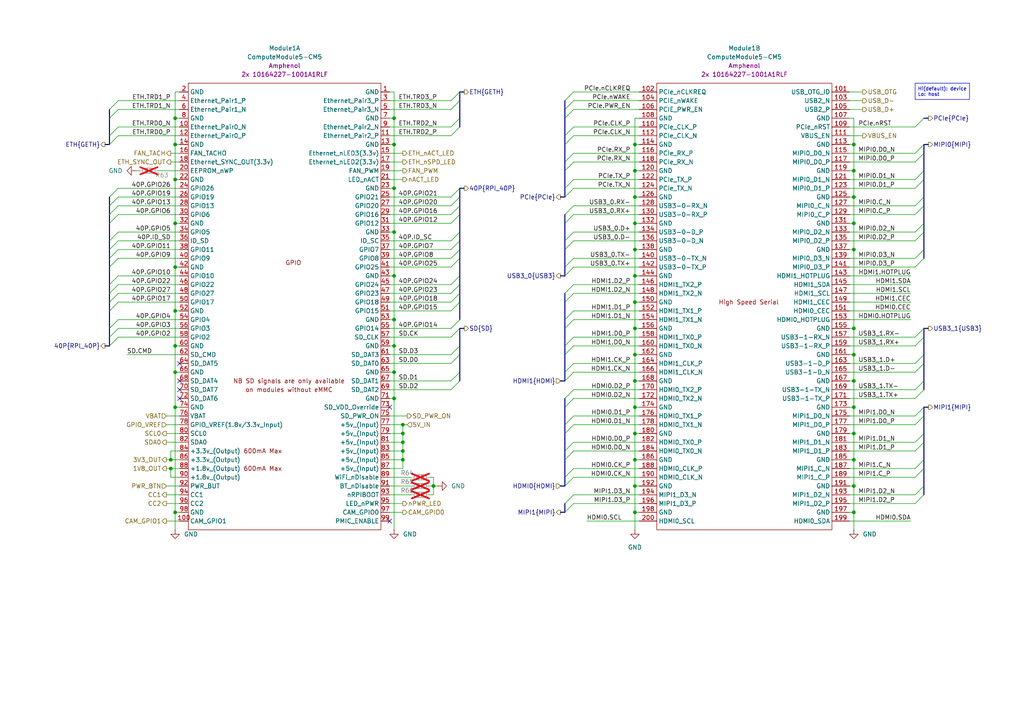
<source format=kicad_sch>
(kicad_sch (version 20250114) (generator "eeschema") (generator_version "9.0")
  (paper "A4")
  (text_box "Hi(default): device\nLo: host" (at 265.43 24.13 0) (size 15.7601 4.7187) (margins 0.75 0.75 0.75 0.75) (effects (font (size 1 1)) (justify left)))
  (junction (at 184.15 140.97))
  (junction (at 50.8 52.07))
  (junction (at 116.84 123.19))
  (junction (at 184.15 102.87))
  (junction (at 247.65 72.39))
  (junction (at 114.3 54.61))
  (junction (at 247.65 125.73))
  (junction (at 114.3 34.29))
  (junction (at 50.8 64.77))
  (junction (at 247.65 102.87))
  (junction (at 50.8 118.11))
  (junction (at 247.65 64.77))
  (junction (at 247.65 57.15))
  (junction (at 50.8 107.95))
  (junction (at 247.65 95.25))
  (junction (at 114.3 107.95))
  (junction (at 184.15 41.91))
  (junction (at 50.8 34.29))
  (junction (at 50.8 148.59))
  (junction (at 116.84 125.73))
  (junction (at 114.3 100.33))
  (junction (at 184.15 110.49))
  (junction (at 247.65 110.49))
  (junction (at 114.3 80.01))
  (junction (at 184.15 118.11))
  (junction (at 114.3 67.31))
  (junction (at 184.15 49.53))
  (junction (at 49.53 133.35))
  (junction (at 184.15 64.77))
  (junction (at 247.65 148.59))
  (junction (at 184.15 133.35))
  (junction (at 247.65 41.91))
  (junction (at 247.65 133.35))
  (junction (at 116.84 133.35))
  (junction (at 50.8 100.33))
  (junction (at 50.8 90.17))
  (junction (at 247.65 118.11))
  (junction (at 184.15 72.39))
  (junction (at 184.15 125.73))
  (junction (at 184.15 57.15))
  (junction (at 114.3 92.71))
  (junction (at 184.15 148.59))
  (junction (at 247.65 140.97))
  (junction (at 114.3 41.91))
  (junction (at 50.8 41.91))
  (junction (at 247.65 49.53))
  (junction (at 49.53 135.89))
  (junction (at 184.15 95.25))
  (junction (at 125.73 140.97))
  (junction (at 184.15 87.63))
  (junction (at 50.8 77.47))
  (junction (at 116.84 130.81))
  (junction (at 184.15 80.01))
  (junction (at 114.3 115.57))
  (junction (at 116.84 128.27))
  (no_connect (at 52.07 115.57))
  (no_connect (at 52.07 113.03))
  (no_connect (at 52.07 105.41))
  (no_connect (at 52.07 110.49))
  (no_connect (at 113.03 118.11))
  (no_connect (at 113.03 151.13))
  (bus_entry (at 163.83 123.19) (size 2.54 -2.54))
  (bus_entry (at 31.75 34.29) (size 2.54 -2.54))
  (bus_entry (at 267.97 125.73) (size -2.54 2.54))
  (bus_entry (at 163.83 39.37) (size 2.54 -2.54))
  (bus_entry (at 267.97 52.07) (size -2.54 2.54))
  (bus_entry (at 31.75 97.79) (size 2.54 -2.54))
  (bus_entry (at 163.83 80.01) (size 2.54 -2.54))
  (bus_entry (at 31.75 85.09) (size 2.54 -2.54))
  (bus_entry (at 163.83 146.05) (size 2.54 -2.54))
  (bus_entry (at 133.35 80.01) (size -2.54 2.54))
  (bus_entry (at 267.97 74.93) (size -2.54 2.54))
  (bus_entry (at 267.97 59.69) (size -2.54 2.54))
  (bus_entry (at 267.97 57.15) (size -2.54 2.54))
  (bus_entry (at 163.83 72.39) (size 2.54 -2.54))
  (bus_entry (at 31.75 62.23) (size 2.54 -2.54))
  (bus_entry (at 31.75 82.55) (size 2.54 -2.54))
  (bus_entry (at 133.35 100.33) (size -2.54 2.54))
  (bus_entry (at 267.97 140.97) (size -2.54 2.54))
  (bus_entry (at 267.97 95.25) (size -2.54 2.54))
  (bus_entry (at 267.97 49.53) (size -2.54 2.54))
  (bus_entry (at 267.97 67.31) (size -2.54 2.54))
  (bus_entry (at 133.35 92.71) (size -2.54 2.54))
  (bus_entry (at 267.97 72.39) (size -2.54 2.54))
  (bus_entry (at 163.83 31.75) (size 2.54 -2.54))
  (bus_entry (at 163.83 92.71) (size 2.54 -2.54))
  (bus_entry (at 163.83 102.87) (size 2.54 -2.54))
  (bus_entry (at 267.97 143.51) (size -2.54 2.54))
  (bus_entry (at 267.97 113.03) (size -2.54 2.54))
  (bus_entry (at 31.75 95.25) (size 2.54 -2.54))
  (bus_entry (at 31.75 90.17) (size 2.54 -2.54))
  (bus_entry (at 163.83 125.73) (size 2.54 -2.54))
  (bus_entry (at 163.83 57.15) (size 2.54 -2.54))
  (bus_entry (at 267.97 133.35) (size -2.54 2.54))
  (bus_entry (at 163.83 64.77) (size 2.54 -2.54))
  (bus_entry (at 163.83 115.57) (size 2.54 -2.54))
  (bus_entry (at 31.75 57.15) (size 2.54 -2.54))
  (bus_entry (at 163.83 95.25) (size 2.54 -2.54))
  (bus_entry (at 267.97 34.29) (size -2.54 2.54))
  (bus_entry (at 133.35 95.25) (size -2.54 2.54))
  (bus_entry (at 163.83 148.59) (size 2.54 -2.54))
  (bus_entry (at 133.35 54.61) (size -2.54 2.54))
  (bus_entry (at 267.97 64.77) (size -2.54 2.54))
  (bus_entry (at 31.75 100.33) (size 2.54 -2.54))
  (bus_entry (at 163.83 138.43) (size 2.54 -2.54))
  (bus_entry (at 163.83 85.09) (size 2.54 -2.54))
  (bus_entry (at 267.97 105.41) (size -2.54 2.54))
  (bus_entry (at 163.83 62.23) (size 2.54 -2.54))
  (bus_entry (at 31.75 77.47) (size 2.54 -2.54))
  (bus_entry (at 31.75 69.85) (size 2.54 -2.54))
  (bus_entry (at 163.83 140.97) (size 2.54 -2.54))
  (bus_entry (at 133.35 87.63) (size -2.54 2.54))
  (bus_entry (at 31.75 59.69) (size 2.54 -2.54))
  (bus_entry (at 163.83 118.11) (size 2.54 -2.54))
  (bus_entry (at 133.35 110.49) (size -2.54 2.54))
  (bus_entry (at 163.83 87.63) (size 2.54 -2.54))
  (bus_entry (at 31.75 41.91) (size 2.54 -2.54))
  (bus_entry (at 133.35 69.85) (size -2.54 2.54))
  (bus_entry (at 163.83 110.49) (size 2.54 -2.54))
  (bus_entry (at 31.75 72.39) (size 2.54 -2.54))
  (bus_entry (at 31.75 64.77) (size 2.54 -2.54))
  (bus_entry (at 267.97 41.91) (size -2.54 2.54))
  (bus_entry (at 267.97 97.79) (size -2.54 2.54))
  (bus_entry (at 31.75 74.93) (size 2.54 -2.54))
  (bus_entry (at 267.97 120.65) (size -2.54 2.54))
  (bus_entry (at 31.75 39.37) (size 2.54 -2.54))
  (bus_entry (at 267.97 110.49) (size -2.54 2.54))
  (bus_entry (at 163.83 29.21) (size 2.54 -2.54))
  (bus_entry (at 133.35 29.21) (size -2.54 2.54))
  (bus_entry (at 163.83 34.29) (size 2.54 -2.54))
  (bus_entry (at 163.83 41.91) (size 2.54 -2.54))
  (bus_entry (at 133.35 57.15) (size -2.54 2.54))
  (bus_entry (at 133.35 74.93) (size -2.54 2.54))
  (bus_entry (at 133.35 107.95) (size -2.54 2.54))
  (bus_entry (at 163.83 100.33) (size 2.54 -2.54))
  (bus_entry (at 133.35 67.31) (size -2.54 2.54))
  (bus_entry (at 133.35 72.39) (size -2.54 2.54))
  (bus_entry (at 133.35 34.29) (size -2.54 2.54))
  (bus_entry (at 31.75 31.75) (size 2.54 -2.54))
  (bus_entry (at 133.35 62.23) (size -2.54 2.54))
  (bus_entry (at 133.35 85.09) (size -2.54 2.54))
  (bus_entry (at 267.97 128.27) (size -2.54 2.54))
  (bus_entry (at 133.35 59.69) (size -2.54 2.54))
  (bus_entry (at 133.35 26.67) (size -2.54 2.54))
  (bus_entry (at 267.97 44.45) (size -2.54 2.54))
  (bus_entry (at 267.97 102.87) (size -2.54 2.54))
  (bus_entry (at 163.83 77.47) (size 2.54 -2.54))
  (bus_entry (at 133.35 36.83) (size -2.54 2.54))
  (bus_entry (at 133.35 82.55) (size -2.54 2.54))
  (bus_entry (at 163.83 133.35) (size 2.54 -2.54))
  (bus_entry (at 31.75 87.63) (size 2.54 -2.54))
  (bus_entry (at 163.83 69.85) (size 2.54 -2.54))
  (bus_entry (at 163.83 130.81) (size 2.54 -2.54))
  (bus_entry (at 267.97 118.11) (size -2.54 2.54))
  (bus_entry (at 163.83 46.99) (size 2.54 -2.54))
  (bus_entry (at 133.35 102.87) (size -2.54 2.54))
  (bus_entry (at 163.83 49.53) (size 2.54 -2.54))
  (bus_entry (at 163.83 54.61) (size 2.54 -2.54))
  (bus_entry (at 267.97 135.89) (size -2.54 2.54))
  (bus_entry (at 163.83 107.95) (size 2.54 -2.54))
  (wire (pts (xy 247.65 72.39) (xy 247.65 95.25)))
  (wire (pts (xy 48.26 123.19) (xy 52.07 123.19)))
  (bus (pts (xy 267.97 120.65) (xy 267.97 125.73)))
  (wire (pts (xy 113.03 74.93) (xy 130.81 74.93)))
  (wire (pts (xy 113.03 125.73) (xy 116.84 125.73)))
  (wire (pts (xy 246.38 80.01) (xy 264.16 80.01)))
  (wire (pts (xy 34.29 92.71) (xy 52.07 92.71)))
  (wire (pts (xy 265.43 107.95) (xy 246.38 107.95)))
  (wire (pts (xy 50.8 148.59) (xy 52.07 148.59)))
  (wire (pts (xy 50.8 52.07) (xy 50.8 64.77)))
  (wire (pts (xy 166.37 105.41) (xy 185.42 105.41)))
  (wire (pts (xy 264.16 151.13) (xy 246.38 151.13)))
  (wire (pts (xy 114.3 54.61) (xy 114.3 67.31)))
  (wire (pts (xy 247.65 64.77) (xy 247.65 72.39)))
  (bus (pts (xy 163.83 31.75) (xy 163.83 34.29)))
  (wire (pts (xy 49.53 135.89) (xy 49.53 138.43)))
  (bus (pts (xy 134.62 26.67) (xy 133.35 26.67)))
  (wire (pts (xy 52.07 41.91) (xy 50.8 41.91)))
  (wire (pts (xy 246.38 133.35) (xy 247.65 133.35)))
  (bus (pts (xy 31.75 82.55) (xy 31.75 85.09)))
  (bus (pts (xy 162.56 80.01) (xy 163.83 80.01)))
  (wire (pts (xy 114.3 34.29) (xy 114.3 41.91)))
  (bus (pts (xy 267.97 110.49) (xy 267.97 105.41)))
  (bus (pts (xy 163.83 62.23) (xy 163.83 64.77)))
  (wire (pts (xy 116.84 125.73) (xy 116.84 128.27)))
  (wire (pts (xy 185.42 95.25) (xy 184.15 95.25)))
  (bus (pts (xy 133.35 57.15) (xy 133.35 59.69)))
  (wire (pts (xy 265.43 115.57) (xy 246.38 115.57)))
  (wire (pts (xy 166.37 77.47) (xy 185.42 77.47)))
  (wire (pts (xy 113.03 140.97) (xy 119.38 140.97)))
  (wire (pts (xy 50.8 64.77) (xy 52.07 64.77)))
  (bus (pts (xy 31.75 57.15) (xy 31.75 59.69)))
  (wire (pts (xy 113.03 120.65) (xy 118.11 120.65)))
  (wire (pts (xy 49.53 135.89) (xy 52.07 135.89)))
  (wire (pts (xy 113.03 105.41) (xy 130.81 105.41)))
  (wire (pts (xy 166.37 107.95) (xy 185.42 107.95)))
  (wire (pts (xy 185.42 133.35) (xy 184.15 133.35)))
  (wire (pts (xy 185.42 80.01) (xy 184.15 80.01)))
  (bus (pts (xy 269.24 95.25) (xy 267.97 95.25)))
  (wire (pts (xy 113.03 146.05) (xy 116.84 146.05)))
  (wire (pts (xy 246.38 34.29) (xy 247.65 34.29)))
  (wire (pts (xy 166.37 62.23) (xy 185.42 62.23)))
  (wire (pts (xy 50.8 90.17) (xy 50.8 100.33)))
  (wire (pts (xy 113.03 69.85) (xy 130.81 69.85)))
  (wire (pts (xy 265.43 100.33) (xy 246.38 100.33)))
  (bus (pts (xy 267.97 113.03) (xy 267.97 110.49)))
  (wire (pts (xy 166.37 59.69) (xy 185.42 59.69)))
  (wire (pts (xy 246.38 146.05) (xy 265.43 146.05)))
  (bus (pts (xy 163.83 118.11) (xy 163.83 123.19)))
  (wire (pts (xy 49.53 46.99) (xy 52.07 46.99)))
  (wire (pts (xy 184.15 87.63) (xy 184.15 95.25)))
  (wire (pts (xy 166.37 39.37) (xy 185.42 39.37)))
  (bus (pts (xy 133.35 100.33) (xy 133.35 102.87)))
  (wire (pts (xy 48.26 151.13) (xy 52.07 151.13)))
  (wire (pts (xy 185.42 87.63) (xy 184.15 87.63)))
  (wire (pts (xy 113.03 92.71) (xy 114.3 92.71)))
  (wire (pts (xy 184.15 133.35) (xy 184.15 140.97)))
  (wire (pts (xy 48.26 133.35) (xy 49.53 133.35)))
  (wire (pts (xy 50.8 52.07) (xy 52.07 52.07)))
  (wire (pts (xy 184.15 41.91) (xy 184.15 49.53)))
  (bus (pts (xy 30.48 41.91) (xy 31.75 41.91)))
  (wire (pts (xy 166.37 36.83) (xy 185.42 36.83)))
  (wire (pts (xy 114.3 153.67) (xy 114.3 115.57)))
  (wire (pts (xy 113.03 97.79) (xy 130.81 97.79)))
  (wire (pts (xy 166.37 82.55) (xy 185.42 82.55)))
  (wire (pts (xy 247.65 133.35) (xy 247.65 140.97)))
  (bus (pts (xy 267.97 125.73) (xy 267.97 128.27)))
  (wire (pts (xy 114.3 80.01) (xy 114.3 92.71)))
  (bus (pts (xy 267.97 44.45) (xy 267.97 49.53)))
  (bus (pts (xy 163.83 72.39) (xy 163.83 77.47)))
  (wire (pts (xy 48.26 140.97) (xy 52.07 140.97)))
  (bus (pts (xy 267.97 97.79) (xy 267.97 95.25)))
  (wire (pts (xy 185.42 125.73) (xy 184.15 125.73)))
  (bus (pts (xy 163.83 85.09) (xy 163.83 87.63)))
  (wire (pts (xy 265.43 113.03) (xy 246.38 113.03)))
  (wire (pts (xy 246.38 82.55) (xy 264.16 82.55)))
  (wire (pts (xy 247.65 49.53) (xy 247.65 57.15)))
  (wire (pts (xy 39.37 49.53) (xy 40.64 49.53)))
  (bus (pts (xy 134.62 95.25) (xy 133.35 95.25)))
  (wire (pts (xy 113.03 46.99) (xy 116.84 46.99)))
  (bus (pts (xy 269.24 41.91) (xy 267.97 41.91)))
  (wire (pts (xy 166.37 113.03) (xy 185.42 113.03)))
  (bus (pts (xy 267.97 135.89) (xy 267.97 140.97)))
  (wire (pts (xy 247.65 140.97) (xy 247.65 148.59)))
  (bus (pts (xy 163.83 87.63) (xy 163.83 92.71)))
  (wire (pts (xy 246.38 54.61) (xy 265.43 54.61)))
  (bus (pts (xy 133.35 69.85) (xy 133.35 72.39)))
  (wire (pts (xy 246.38 59.69) (xy 265.43 59.69)))
  (wire (pts (xy 166.37 31.75) (xy 185.42 31.75)))
  (wire (pts (xy 113.03 82.55) (xy 130.81 82.55)))
  (wire (pts (xy 113.03 67.31) (xy 114.3 67.31)))
  (wire (pts (xy 166.37 123.19) (xy 185.42 123.19)))
  (wire (pts (xy 184.15 110.49) (xy 184.15 118.11)))
  (wire (pts (xy 50.8 26.67) (xy 50.8 34.29)))
  (wire (pts (xy 34.29 80.01) (xy 52.07 80.01)))
  (bus (pts (xy 133.35 59.69) (xy 133.35 62.23)))
  (wire (pts (xy 113.03 138.43) (xy 119.38 138.43)))
  (wire (pts (xy 170.18 151.13) (xy 185.42 151.13)))
  (wire (pts (xy 50.8 100.33) (xy 50.8 107.95)))
  (bus (pts (xy 133.35 102.87) (xy 133.35 107.95)))
  (wire (pts (xy 185.42 72.39) (xy 184.15 72.39)))
  (wire (pts (xy 246.38 72.39) (xy 247.65 72.39)))
  (wire (pts (xy 113.03 128.27) (xy 116.84 128.27)))
  (wire (pts (xy 113.03 95.25) (xy 130.81 95.25)))
  (wire (pts (xy 113.03 52.07) (xy 116.84 52.07)))
  (wire (pts (xy 113.03 133.35) (xy 116.84 133.35)))
  (wire (pts (xy 166.37 26.67) (xy 185.42 26.67)))
  (wire (pts (xy 246.38 36.83) (xy 265.43 36.83)))
  (wire (pts (xy 166.37 46.99) (xy 185.42 46.99)))
  (bus (pts (xy 163.83 41.91) (xy 163.83 46.99)))
  (bus (pts (xy 163.83 148.59) (xy 163.83 146.05)))
  (wire (pts (xy 114.3 26.67) (xy 114.3 34.29)))
  (wire (pts (xy 166.37 138.43) (xy 185.42 138.43)))
  (wire (pts (xy 50.8 118.11) (xy 50.8 148.59)))
  (wire (pts (xy 116.84 133.35) (xy 116.84 135.89)))
  (bus (pts (xy 267.97 57.15) (xy 267.97 59.69)))
  (bus (pts (xy 267.97 49.53) (xy 267.97 52.07)))
  (wire (pts (xy 113.03 102.87) (xy 130.81 102.87)))
  (wire (pts (xy 246.38 26.67) (xy 250.19 26.67)))
  (bus (pts (xy 163.83 133.35) (xy 163.83 138.43)))
  (bus (pts (xy 133.35 80.01) (xy 133.35 82.55)))
  (wire (pts (xy 49.53 44.45) (xy 52.07 44.45)))
  (bus (pts (xy 162.56 110.49) (xy 163.83 110.49)))
  (wire (pts (xy 246.38 102.87) (xy 247.65 102.87)))
  (wire (pts (xy 113.03 80.01) (xy 114.3 80.01)))
  (wire (pts (xy 113.03 135.89) (xy 116.84 135.89)))
  (bus (pts (xy 133.35 107.95) (xy 133.35 110.49)))
  (wire (pts (xy 247.65 125.73) (xy 247.65 133.35)))
  (bus (pts (xy 133.35 82.55) (xy 133.35 85.09)))
  (wire (pts (xy 50.8 107.95) (xy 50.8 118.11)))
  (wire (pts (xy 113.03 62.23) (xy 130.81 62.23)))
  (bus (pts (xy 163.83 92.71) (xy 163.83 95.25)))
  (wire (pts (xy 113.03 41.91) (xy 114.3 41.91)))
  (wire (pts (xy 185.42 110.49) (xy 184.15 110.49)))
  (bus (pts (xy 31.75 64.77) (xy 31.75 69.85)))
  (wire (pts (xy 116.84 123.19) (xy 116.84 125.73)))
  (wire (pts (xy 184.15 34.29) (xy 184.15 41.91)))
  (wire (pts (xy 246.38 62.23) (xy 265.43 62.23)))
  (wire (pts (xy 246.38 46.99) (xy 265.43 46.99)))
  (wire (pts (xy 124.46 140.97) (xy 125.73 140.97)))
  (wire (pts (xy 45.72 49.53) (xy 52.07 49.53)))
  (bus (pts (xy 163.83 138.43) (xy 163.83 140.97)))
  (wire (pts (xy 50.8 34.29) (xy 50.8 41.91)))
  (wire (pts (xy 246.38 69.85) (xy 265.43 69.85)))
  (bus (pts (xy 267.97 64.77) (xy 267.97 67.31)))
  (wire (pts (xy 113.03 34.29) (xy 114.3 34.29)))
  (wire (pts (xy 184.15 57.15) (xy 185.42 57.15)))
  (wire (pts (xy 166.37 120.65) (xy 185.42 120.65)))
  (wire (pts (xy 113.03 90.17) (xy 130.81 90.17)))
  (wire (pts (xy 49.53 133.35) (xy 52.07 133.35)))
  (bus (pts (xy 31.75 69.85) (xy 31.75 72.39)))
  (wire (pts (xy 246.38 140.97) (xy 247.65 140.97)))
  (wire (pts (xy 34.29 39.37) (xy 52.07 39.37)))
  (wire (pts (xy 166.37 54.61) (xy 185.42 54.61)))
  (wire (pts (xy 50.8 100.33) (xy 52.07 100.33)))
  (wire (pts (xy 114.3 100.33) (xy 114.3 107.95)))
  (bus (pts (xy 163.83 54.61) (xy 163.83 57.15)))
  (bus (pts (xy 133.35 26.67) (xy 133.35 29.21)))
  (wire (pts (xy 184.15 140.97) (xy 184.15 148.59)))
  (wire (pts (xy 246.38 97.79) (xy 265.43 97.79)))
  (wire (pts (xy 246.38 118.11) (xy 247.65 118.11)))
  (wire (pts (xy 166.37 85.09) (xy 185.42 85.09)))
  (bus (pts (xy 31.75 59.69) (xy 31.75 62.23)))
  (wire (pts (xy 113.03 31.75) (xy 130.81 31.75)))
  (bus (pts (xy 163.83 64.77) (xy 163.83 69.85)))
  (bus (pts (xy 267.97 102.87) (xy 267.97 97.79)))
  (bus (pts (xy 31.75 31.75) (xy 31.75 34.29)))
  (bus (pts (xy 133.35 85.09) (xy 133.35 87.63)))
  (bus (pts (xy 31.75 85.09) (xy 31.75 87.63)))
  (wire (pts (xy 114.3 41.91) (xy 114.3 54.61)))
  (wire (pts (xy 124.46 143.51) (xy 125.73 143.51)))
  (bus (pts (xy 267.97 67.31) (xy 267.97 72.39)))
  (bus (pts (xy 31.75 87.63) (xy 31.75 90.17)))
  (wire (pts (xy 50.8 107.95) (xy 52.07 107.95)))
  (wire (pts (xy 246.38 130.81) (xy 265.43 130.81)))
  (wire (pts (xy 52.07 138.43) (xy 49.53 138.43)))
  (wire (pts (xy 34.29 95.25) (xy 52.07 95.25)))
  (wire (pts (xy 116.84 128.27) (xy 116.84 130.81)))
  (wire (pts (xy 166.37 90.17) (xy 185.42 90.17)))
  (wire (pts (xy 166.37 146.05) (xy 185.42 146.05)))
  (bus (pts (xy 134.62 54.61) (xy 133.35 54.61)))
  (wire (pts (xy 34.29 67.31) (xy 52.07 67.31)))
  (wire (pts (xy 184.15 118.11) (xy 184.15 125.73)))
  (wire (pts (xy 113.03 39.37) (xy 130.81 39.37)))
  (bus (pts (xy 267.97 52.07) (xy 267.97 57.15)))
  (wire (pts (xy 50.8 64.77) (xy 50.8 77.47)))
  (wire (pts (xy 246.38 74.93) (xy 265.43 74.93)))
  (bus (pts (xy 163.83 115.57) (xy 163.83 118.11)))
  (wire (pts (xy 246.38 135.89) (xy 265.43 135.89)))
  (wire (pts (xy 246.38 123.19) (xy 265.43 123.19)))
  (wire (pts (xy 48.26 143.51) (xy 52.07 143.51)))
  (wire (pts (xy 166.37 52.07) (xy 185.42 52.07)))
  (wire (pts (xy 114.3 107.95) (xy 114.3 115.57)))
  (wire (pts (xy 49.53 130.81) (xy 49.53 133.35)))
  (wire (pts (xy 34.29 36.83) (xy 52.07 36.83)))
  (wire (pts (xy 113.03 113.03) (xy 130.81 113.03)))
  (wire (pts (xy 113.03 26.67) (xy 114.3 26.67)))
  (wire (pts (xy 246.38 143.51) (xy 265.43 143.51)))
  (wire (pts (xy 246.38 31.75) (xy 250.19 31.75)))
  (wire (pts (xy 34.29 57.15) (xy 52.07 57.15)))
  (wire (pts (xy 50.8 77.47) (xy 50.8 90.17)))
  (wire (pts (xy 52.07 90.17) (xy 50.8 90.17)))
  (wire (pts (xy 246.38 95.25) (xy 247.65 95.25)))
  (bus (pts (xy 163.83 125.73) (xy 163.83 130.81)))
  (wire (pts (xy 114.3 67.31) (xy 114.3 80.01)))
  (wire (pts (xy 48.26 146.05) (xy 52.07 146.05)))
  (wire (pts (xy 246.38 39.37) (xy 250.19 39.37)))
  (wire (pts (xy 166.37 97.79) (xy 185.42 97.79)))
  (wire (pts (xy 34.29 72.39) (xy 52.07 72.39)))
  (wire (pts (xy 185.42 64.77) (xy 184.15 64.77)))
  (wire (pts (xy 113.03 87.63) (xy 130.81 87.63)))
  (wire (pts (xy 246.38 44.45) (xy 265.43 44.45)))
  (wire (pts (xy 246.38 148.59) (xy 247.65 148.59)))
  (wire (pts (xy 48.26 128.27) (xy 52.07 128.27)))
  (wire (pts (xy 113.03 107.95) (xy 114.3 107.95)))
  (wire (pts (xy 166.37 69.85) (xy 185.42 69.85)))
  (wire (pts (xy 166.37 128.27) (xy 185.42 128.27)))
  (bus (pts (xy 162.56 148.59) (xy 163.83 148.59)))
  (wire (pts (xy 114.3 92.71) (xy 114.3 100.33)))
  (bus (pts (xy 267.97 41.91) (xy 267.97 44.45)))
  (wire (pts (xy 264.16 92.71) (xy 246.38 92.71)))
  (bus (pts (xy 31.75 95.25) (xy 31.75 97.79)))
  (wire (pts (xy 113.03 143.51) (xy 119.38 143.51)))
  (wire (pts (xy 184.15 64.77) (xy 184.15 72.39)))
  (bus (pts (xy 133.35 67.31) (xy 133.35 69.85)))
  (wire (pts (xy 48.26 125.73) (xy 52.07 125.73)))
  (bus (pts (xy 163.83 39.37) (xy 163.83 41.91)))
  (wire (pts (xy 34.29 29.21) (xy 52.07 29.21)))
  (wire (pts (xy 34.29 87.63) (xy 52.07 87.63)))
  (bus (pts (xy 31.75 74.93) (xy 31.75 77.47)))
  (wire (pts (xy 184.15 148.59) (xy 185.42 148.59)))
  (wire (pts (xy 113.03 148.59) (xy 116.84 148.59)))
  (bus (pts (xy 162.56 57.15) (xy 163.83 57.15)))
  (wire (pts (xy 113.03 72.39) (xy 130.81 72.39)))
  (bus (pts (xy 133.35 74.93) (xy 133.35 80.01)))
  (wire (pts (xy 113.03 36.83) (xy 130.81 36.83)))
  (wire (pts (xy 113.03 77.47) (xy 130.81 77.47)))
  (wire (pts (xy 184.15 125.73) (xy 184.15 133.35)))
  (wire (pts (xy 125.73 140.97) (xy 127 140.97)))
  (wire (pts (xy 247.65 110.49) (xy 247.65 118.11)))
  (wire (pts (xy 247.65 57.15) (xy 247.65 64.77)))
  (wire (pts (xy 166.37 74.93) (xy 185.42 74.93)))
  (wire (pts (xy 246.38 128.27) (xy 265.43 128.27)))
  (bus (pts (xy 31.75 72.39) (xy 31.75 74.93)))
  (wire (pts (xy 48.26 135.89) (xy 49.53 135.89)))
  (wire (pts (xy 50.8 77.47) (xy 52.07 77.47)))
  (bus (pts (xy 30.48 100.33) (xy 31.75 100.33)))
  (wire (pts (xy 48.26 120.65) (xy 52.07 120.65)))
  (wire (pts (xy 116.84 123.19) (xy 118.11 123.19)))
  (wire (pts (xy 246.38 67.31) (xy 265.43 67.31)))
  (wire (pts (xy 184.15 72.39) (xy 184.15 80.01)))
  (wire (pts (xy 52.07 26.67) (xy 50.8 26.67)))
  (wire (pts (xy 34.29 85.09) (xy 52.07 85.09)))
  (wire (pts (xy 185.42 102.87) (xy 184.15 102.87)))
  (bus (pts (xy 133.35 95.25) (xy 133.35 100.33)))
  (bus (pts (xy 267.97 34.29) (xy 269.24 34.29)))
  (wire (pts (xy 185.42 34.29) (xy 184.15 34.29)))
  (bus (pts (xy 163.83 107.95) (xy 163.83 110.49)))
  (bus (pts (xy 133.35 72.39) (xy 133.35 74.93)))
  (wire (pts (xy 166.37 100.33) (xy 185.42 100.33)))
  (bus (pts (xy 133.35 29.21) (xy 133.35 34.29)))
  (bus (pts (xy 163.83 77.47) (xy 163.83 80.01)))
  (wire (pts (xy 113.03 85.09) (xy 130.81 85.09)))
  (wire (pts (xy 34.29 69.85) (xy 52.07 69.85)))
  (wire (pts (xy 247.65 95.25) (xy 247.65 102.87)))
  (wire (pts (xy 246.38 87.63) (xy 264.16 87.63)))
  (wire (pts (xy 166.37 135.89) (xy 185.42 135.89)))
  (wire (pts (xy 114.3 115.57) (xy 113.03 115.57)))
  (wire (pts (xy 116.84 130.81) (xy 116.84 133.35)))
  (bus (pts (xy 31.75 97.79) (xy 31.75 100.33)))
  (bus (pts (xy 133.35 87.63) (xy 133.35 92.71)))
  (wire (pts (xy 124.46 138.43) (xy 125.73 138.43)))
  (wire (pts (xy 246.38 77.47) (xy 265.43 77.47)))
  (bus (pts (xy 267.97 59.69) (xy 267.97 64.77)))
  (bus (pts (xy 163.83 34.29) (xy 163.83 39.37)))
  (bus (pts (xy 133.35 34.29) (xy 133.35 36.83)))
  (wire (pts (xy 34.29 31.75) (xy 52.07 31.75)))
  (wire (pts (xy 247.65 41.91) (xy 247.65 49.53)))
  (wire (pts (xy 246.38 41.91) (xy 247.65 41.91)))
  (bus (pts (xy 163.83 69.85) (xy 163.83 72.39)))
  (wire (pts (xy 264.16 90.17) (xy 246.38 90.17)))
  (wire (pts (xy 52.07 130.81) (xy 49.53 130.81)))
  (wire (pts (xy 246.38 110.49) (xy 247.65 110.49)))
  (wire (pts (xy 50.8 41.91) (xy 50.8 52.07)))
  (bus (pts (xy 269.24 118.11) (xy 267.97 118.11)))
  (wire (pts (xy 166.37 92.71) (xy 185.42 92.71)))
  (bus (pts (xy 162.56 140.97) (xy 163.83 140.97)))
  (wire (pts (xy 113.03 54.61) (xy 114.3 54.61)))
  (wire (pts (xy 185.42 118.11) (xy 184.15 118.11)))
  (bus (pts (xy 163.83 29.21) (xy 163.83 31.75)))
  (bus (pts (xy 31.75 34.29) (xy 31.75 39.37)))
  (wire (pts (xy 166.37 67.31) (xy 185.42 67.31)))
  (wire (pts (xy 247.65 34.29) (xy 247.65 41.91)))
  (bus (pts (xy 133.35 54.61) (xy 133.35 57.15)))
  (wire (pts (xy 184.15 153.67) (xy 184.15 148.59)))
  (bus (pts (xy 163.83 130.81) (xy 163.83 133.35)))
  (wire (pts (xy 113.03 123.19) (xy 116.84 123.19)))
  (wire (pts (xy 113.03 110.49) (xy 130.81 110.49)))
  (wire (pts (xy 166.37 143.51) (xy 185.42 143.51)))
  (wire (pts (xy 246.38 52.07) (xy 265.43 52.07)))
  (bus (pts (xy 267.97 128.27) (xy 267.97 133.35)))
  (wire (pts (xy 246.38 29.21) (xy 250.19 29.21)))
  (bus (pts (xy 31.75 62.23) (xy 31.75 64.77)))
  (bus (pts (xy 267.97 118.11) (xy 267.97 120.65)))
  (wire (pts (xy 113.03 130.81) (xy 116.84 130.81)))
  (wire (pts (xy 50.8 34.29) (xy 52.07 34.29)))
  (bus (pts (xy 267.97 105.41) (xy 267.97 102.87)))
  (wire (pts (xy 34.29 62.23) (xy 52.07 62.23)))
  (wire (pts (xy 166.37 130.81) (xy 185.42 130.81)))
  (wire (pts (xy 36.83 102.87) (xy 52.07 102.87)))
  (wire (pts (xy 246.38 138.43) (xy 265.43 138.43)))
  (wire (pts (xy 184.15 41.91) (xy 185.42 41.91)))
  (wire (pts (xy 125.73 140.97) (xy 125.73 143.51)))
  (wire (pts (xy 50.8 153.67) (xy 50.8 148.59)))
  (bus (pts (xy 267.97 133.35) (xy 267.97 135.89)))
  (wire (pts (xy 246.38 85.09) (xy 264.16 85.09)))
  (wire (pts (xy 113.03 44.45) (xy 116.84 44.45)))
  (bus (pts (xy 31.75 90.17) (xy 31.75 95.25)))
  (wire (pts (xy 184.15 49.53) (xy 185.42 49.53)))
  (wire (pts (xy 184.15 80.01) (xy 184.15 87.63)))
  (wire (pts (xy 247.65 148.59) (xy 247.65 153.67)))
  (wire (pts (xy 184.15 49.53) (xy 184.15 57.15)))
  (wire (pts (xy 113.03 100.33) (xy 114.3 100.33)))
  (bus (pts (xy 267.97 72.39) (xy 267.97 74.93)))
  (wire (pts (xy 246.38 57.15) (xy 247.65 57.15)))
  (wire (pts (xy 265.43 105.41) (xy 246.38 105.41)))
  (wire (pts (xy 113.03 59.69) (xy 130.81 59.69)))
  (wire (pts (xy 34.29 97.79) (xy 52.07 97.79)))
  (wire (pts (xy 166.37 29.21) (xy 185.42 29.21)))
  (wire (pts (xy 34.29 74.93) (xy 52.07 74.93)))
  (wire (pts (xy 185.42 140.97) (xy 184.15 140.97)))
  (wire (pts (xy 184.15 102.87) (xy 184.15 110.49)))
  (wire (pts (xy 184.15 57.15) (xy 184.15 64.77)))
  (wire (pts (xy 50.8 118.11) (xy 52.07 118.11)))
  (wire (pts (xy 113.03 49.53) (xy 116.84 49.53)))
  (wire (pts (xy 166.37 115.57) (xy 185.42 115.57)))
  (wire (pts (xy 166.37 44.45) (xy 185.42 44.45)))
  (bus (pts (xy 163.83 95.25) (xy 163.83 100.33)))
  (bus (pts (xy 163.83 46.99) (xy 163.83 49.53)))
  (wire (pts (xy 246.38 49.53) (xy 247.65 49.53)))
  (wire (pts (xy 247.65 118.11) (xy 247.65 125.73)))
  (wire (pts (xy 113.03 57.15) (xy 130.81 57.15)))
  (wire (pts (xy 246.38 120.65) (xy 265.43 120.65)))
  (wire (pts (xy 246.38 125.73) (xy 247.65 125.73)))
  (wire (pts (xy 34.29 59.69) (xy 52.07 59.69)))
  (wire (pts (xy 113.03 29.21) (xy 130.81 29.21)))
  (bus (pts (xy 133.35 62.23) (xy 133.35 67.31)))
  (bus (pts (xy 31.75 77.47) (xy 31.75 82.55)))
  (wire (pts (xy 184.15 95.25) (xy 184.15 102.87)))
  (bus (pts (xy 163.83 100.33) (xy 163.83 102.87)))
  (bus (pts (xy 163.83 102.87) (xy 163.83 107.95)))
  (wire (pts (xy 125.73 138.43) (xy 125.73 140.97)))
  (wire (pts (xy 34.29 82.55) (xy 52.07 82.55)))
  (wire (pts (xy 113.03 64.77) (xy 130.81 64.77)))
  (bus (pts (xy 267.97 140.97) (xy 267.97 143.51)))
  (bus (pts (xy 163.83 123.19) (xy 163.83 125.73)))
  (wire (pts (xy 246.38 64.77) (xy 247.65 64.77)))
  (bus (pts (xy 31.75 39.37) (xy 31.75 41.91)))
  (wire (pts (xy 34.29 54.61) (xy 52.07 54.61)))
  (wire (pts (xy 247.65 102.87) (xy 247.65 110.49)))
  (bus (pts (xy 163.83 49.53) (xy 163.83 54.61)))
  (label "MIPI0.D3_N" (at 248.92 74.93 0))
  (label "PCIe.PWR_EN" (at 182.88 31.75 180))
  (label "PCIe.RX_N" (at 182.88 46.99 180))
  (label "USB3_1.TX-" (at 248.92 113.03 0))
  (label "40P.GPIO6" (at 49.53 62.23 180))
  (label "HDMI0.CK_N" (at 182.88 138.43 180))
  (label "40P.GPIO27" (at 49.53 85.09 180))
  (label "40P.GPIO7" (at 115.57 72.39 0))
  (label "MIPI1.D2_N" (at 248.92 143.51 0))
  (label "USB3_0.RX-" (at 182.88 59.69 180))
  (label "MIPI1.C_N" (at 248.92 135.89 0))
  (label "HDMI1.D0_P" (at 182.88 97.79 180))
  (label "SD.D2" (at 115.57 113.03 0))
  (label "ETH.TRD3_N" (at 115.57 31.75 0))
  (label "MIPI0.D3_P" (at 248.92 77.47 0))
  (label "40P.GPIO2" (at 49.53 97.79 180))
  (label "ETH.TRD1_N" (at 49.53 31.75 180))
  (label "USB3_1.RX-" (at 248.92 97.79 0))
  (label "HDMI0.HOTPLUG" (at 264.16 92.71 180))
  (label "HDMI1.D1_N" (at 182.88 92.71 180))
  (label "PCIe.nRST" (at 248.92 36.83 0))
  (label "40P.GPIO16" (at 115.57 62.23 0))
  (label "PCIe.CLK_N" (at 182.88 39.37 180))
  (label "40P.GPIO20" (at 115.57 59.69 0))
  (label "HDMI0.D2_P" (at 182.88 113.03 180))
  (label "40P.ID_SD" (at 49.53 69.85 180))
  (label "MIPI1.D1_N" (at 248.92 128.27 0))
  (label "40P.GPIO23" (at 115.57 85.09 0))
  (label "HDMI0.D0_N" (at 182.88 130.81 180))
  (label "HDMI0.D1_N" (at 182.88 123.19 180))
  (label "USB3_0.D+" (at 182.88 67.31 180))
  (label "SD.D0" (at 115.57 105.41 0))
  (label "HDMI1.CEC" (at 264.16 87.63 180))
  (label "40P.GPIO4" (at 49.53 92.71 180))
  (label "MIPI0.C_N" (at 248.92 59.69 0))
  (label "40P.GPIO15" (at 115.57 90.17 0))
  (label "SD.D1" (at 115.57 110.49 0))
  (label "MIPI1.D0_N" (at 248.92 120.65 0))
  (label "ETH.TRD2_N" (at 115.57 36.83 0))
  (label "MIPI1.D3_N" (at 182.88 143.51 180))
  (label "HDMI0.D0_P" (at 182.88 128.27 180))
  (label "USB3_0.D-" (at 182.88 69.85 180))
  (label "HDMI1.D1_P" (at 182.88 90.17 180))
  (label "MIPI0.D1_P" (at 248.92 54.61 0))
  (label "USB3_0.RX+" (at 182.88 62.23 180))
  (label "MIPI0.C_P" (at 248.92 62.23 0))
  (label "USB3_1.TX+" (at 248.92 115.57 0))
  (label "40P.GPIO22" (at 49.53 82.55 180))
  (label "USB3_0.TX-" (at 182.88 74.93 180))
  (label "40P.GPIO3" (at 49.53 95.25 180))
  (label "SD.CK" (at 115.57 97.79 0))
  (label "HDMI1.HOTPLUG" (at 264.16 80.01 180))
  (label "MIPI0.D1_N" (at 248.92 52.07 0))
  (label "HDMI1.SDA" (at 264.16 82.55 180))
  (label "HDMI1.D2_P" (at 182.88 82.55 180))
  (label "40P.GPIO14" (at 115.57 95.25 0))
  (label "PCIe.RX_P" (at 182.88 44.45 180))
  (label "40P.GPIO21" (at 115.57 57.15 0))
  (label "HDMI0.D1_P" (at 182.88 120.65 180))
  (label "PCIe.CLK_P" (at 182.88 36.83 180))
  (label "MIPI0.D2_N" (at 248.92 67.31 0))
  (label "40P.GPIO18" (at 115.57 87.63 0))
  (label "40P.GPIO5" (at 49.53 67.31 180))
  (label "40P.GPIO12" (at 115.57 64.77 0))
  (label "HDMI0.CK_P" (at 182.88 135.89 180))
  (label "HDMI1.CK_P" (at 182.88 105.41 180))
  (label "40P.GPIO24" (at 115.57 82.55 0))
  (label "HDMI0.SCL" (at 170.18 151.13 0))
  (label "MIPI1.D2_P" (at 248.92 146.05 0))
  (label "HDMI0.SDA" (at 264.16 151.13 180))
  (label "MIPI0.D0_P" (at 248.92 46.99 0))
  (label "HDMI1.CK_N" (at 182.88 107.95 180))
  (label "PCIe.nCLKREQ" (at 182.88 26.67 180))
  (label "MIPI1.D1_P" (at 248.92 130.81 0))
  (label "SD.CMD" (at 36.83 102.87 0))
  (label "SD.D3" (at 115.57 102.87 0))
  (label "ETH.TRD3_P" (at 115.57 29.21 0))
  (label "40P.GPIO19" (at 49.53 57.15 180))
  (label "HDMI1.SCL" (at 264.16 85.09 180))
  (label "HDMI0.D2_N" (at 182.88 115.57 180))
  (label "40P.GPIO11" (at 49.53 72.39 180))
  (label "40P.GPIO8" (at 115.57 74.93 0))
  (label "PCIe.TX_P" (at 182.88 52.07 180))
  (label "MIPI0.D0_N" (at 248.92 44.45 0))
  (label "ETH.TRD0_P" (at 49.53 39.37 180))
  (label "ETH.TRD0_N" (at 49.53 36.83 180))
  (label "40P.GPIO10" (at 49.53 80.01 180))
  (label "MIPI0.D2_P" (at 248.92 69.85 0))
  (label "PCIe.nWAKE" (at 182.88 29.21 180))
  (label "40P.GPIO9" (at 49.53 74.93 180))
  (label "PCIe.TX_N" (at 182.88 54.61 180))
  (label "USB3_1.D-" (at 248.92 107.95 0))
  (label "40P.GPIO17" (at 49.53 87.63 180))
  (label "ETH.TRD1_P" (at 49.53 29.21 180))
  (label "USB3_0.TX+" (at 182.88 77.47 180))
  (label "MIPI1.C_P" (at 248.92 138.43 0))
  (label "HDMI1.D0_N" (at 182.88 100.33 180))
  (label "40P.GPIO13" (at 49.53 59.69 180))
  (label "HDMI1.D2_N" (at 182.88 85.09 180))
  (label "MIPI1.D0_P" (at 248.92 123.19 0))
  (label "MIPI1.D3_P" (at 182.88 146.05 180))
  (label "40P.GPIO25" (at 115.57 77.47 0))
  (label "40P.ID_SC" (at 115.57 69.85 0))
  (label "HDMI0.CEC" (at 264.16 90.17 180))
  (label "USB3_1.D+" (at 248.92 105.41 0))
  (label "40P.GPIO26" (at 49.53 54.61 180))
  (label "USB3_1.RX+" (at 248.92 100.33 0))
  (label "ETH.TRD2_P" (at 115.57 39.37 0))
  (hierarchical_label "VBAT" (shape input) (at 48.26 120.65 180))
  (hierarchical_label "nACT_LED" (shape output) (at 116.84 52.07 0))
  (hierarchical_label "MIPI1{MIPI}" (shape output) (at 269.24 118.11 0))
  (hierarchical_label "3V3_OUT" (shape output) (at 48.26 133.35 180))
  (hierarchical_label "40P{RPI_40P}" (shape output) (at 134.62 54.61 0))
  (hierarchical_label "FAN_TACH" (shape output) (at 49.53 44.45 180))
  (hierarchical_label "ETH_SYNC_OUT" (shape output) (at 49.53 46.99 180))
  (hierarchical_label "HDMI0{HDMI}" (shape input) (at 162.56 140.97 180))
  (hierarchical_label "FAN_PWM" (shape output) (at 116.84 49.53 0))
  (hierarchical_label "PCIe{PCIe}" (shape output) (at 162.56 57.15 180))
  (hierarchical_label "PCIe{PCIe}" (shape output) (at 269.24 34.29 0))
  (hierarchical_label "SCL0" (shape output) (at 48.26 125.73 180))
  (hierarchical_label "USB3_0{USB3}" (shape output) (at 162.56 80.01 180))
  (hierarchical_label "CC2" (shape output) (at 48.26 146.05 180))
  (hierarchical_label "CAM_GPIO1" (shape output) (at 48.26 151.13 180))
  (hierarchical_label "SDA0" (shape output) (at 48.26 128.27 180))
  (hierarchical_label "1V8_OUT" (shape output) (at 48.26 135.89 180))
  (hierarchical_label "USB3_1{USB3}" (shape output) (at 269.24 95.25 0))
  (hierarchical_label "5V_IN" (shape input) (at 118.11 123.19 0))
  (hierarchical_label "PWR_BTN" (shape input) (at 48.26 140.97 180))
  (hierarchical_label "SD{SD}" (shape output) (at 134.62 95.25 0))
  (hierarchical_label "HDMI1{HDMI}" (shape input) (at 162.56 110.49 180))
  (hierarchical_label "CC1" (shape output) (at 48.26 143.51 180))
  (hierarchical_label "VBUS_EN" (shape output) (at 250.19 39.37 0))
  (hierarchical_label "nPWR_LED" (shape output) (at 116.84 146.05 0))
  (hierarchical_label "MIPI1{MIPI}" (shape output) (at 162.56 148.59 180))
  (hierarchical_label "GPIO_VREF" (shape input) (at 48.26 123.19 180))
  (hierarchical_label "USB_D+" (shape output) (at 250.19 31.75 0))
  (hierarchical_label "SD_PWR_ON" (shape output) (at 118.11 120.65 0))
  (hierarchical_label "USB_D-" (shape output) (at 250.19 29.21 0))
  (hierarchical_label "ETH_nACT_LED" (shape output) (at 116.84 44.45 0))
  (hierarchical_label "ETH_nSPD_LED" (shape output) (at 116.84 46.99 0))
  (hierarchical_label "ETH{GETH}" (shape output) (at 134.62 26.67 0))
  (hierarchical_label "40P{RPI_40P}" (shape output) (at 30.48 100.33 180))
  (hierarchical_label "USB_OTG" (shape output) (at 250.19 26.67 0))
  (hierarchical_label "CAM_GPIO0" (shape output) (at 116.84 148.59 0))
  (hierarchical_label "MIPI0{MIPI}" (shape output) (at 269.24 41.91 0))
  (hierarchical_label "ETH{GETH}" (shape output) (at 30.48 41.91 180))
  (symbol (lib_id "power:GND") (at 39.37 49.53 270) (unit 1)
    (property "Reference" "#PWR0126" (effects (hide yes)))
    (property "Value" "GND" (at 35.56 49.5299 90) (effects (justify right)))
    (property "Description" "Power symbol creates a global label with name \"GND\" , ground" (effects (hide yes)))
  )
  (symbol (lib_id "power:GND") (at 127 140.97 90) (unit 1)
    (property "Reference" "#PWR0129" (effects (hide yes)))
    (property "Value" "GND" (at 130.81 140.9699 90) (effects (justify right)))
    (property "Description" "Power symbol creates a global label with name \"GND\" , ground" (effects (hide yes)))
  )
  (symbol (lib_id "Device:R_Small") (at 121.92 138.43 90) (unit 1) (in_bom no) (dnp yes)
    (property "Reference" "R64" (at 118.11 137.16 90))
    (property "Value" "0R" (at 121.92 138.43 90))
    (property "Footprint" "Resistor_SMD:R_0402_1005Metric" (effects (hide yes)))
    (property "Description" "Resistor, small symbol" (effects (hide yes)))
  )
  (symbol (lib_id "Device:R_Small") (at 43.18 49.53 90) (unit 1) (in_bom no) (dnp yes)
    (property "Reference" "R63" (at 46.99 50.8 90))
    (property "Value" "0R" (at 43.18 49.53 90))
    (property "Footprint" "Resistor_SMD:R_0402_1005Metric" (effects (hide yes)))
    (property "Description" "Resistor, small symbol" (effects (hide yes)))
  )
  (symbol (lib_id "Device:R_Small") (at 121.92 140.97 90) (unit 1) (in_bom no) (dnp yes)
    (property "Reference" "R65" (at 118.11 139.7 90))
    (property "Value" "0R" (at 121.92 140.97 90))
    (property "Footprint" "Resistor_SMD:R_0402_1005Metric" (effects (hide yes)))
    (property "Description" "Resistor, small symbol" (effects (hide yes)))
  )
  (symbol (lib_id "power:GND") (at 247.65 153.67 0) (unit 1)
    (property "Reference" "#PWR0131" (effects (hide yes)))
    (property "Value" "GND" (at 250.19 154.9399 0) (effects (justify left)))
    (property "Description" "Power symbol creates a global label with name \"GND\" , ground" (effects (hide yes)))
  )
  (symbol (lib_id "Device:R_Small") (at 121.92 143.51 90) (unit 1) (in_bom no) (dnp yes)
    (property "Reference" "R66" (at 118.11 142.24 90))
    (property "Value" "0R" (at 121.92 143.51 90))
    (property "Footprint" "Resistor_SMD:R_0402_1005Metric" (effects (hide yes)))
    (property "Description" "Resistor, small symbol" (effects (hide yes)))
  )
  (symbol (lib_id "power:GND") (at 184.15 153.67 0) (unit 1)
    (property "Reference" "#PWR0130" (effects (hide yes)))
    (property "Value" "GND" (at 184.15 158.75 0))
    (property "Description" "Power symbol creates a global label with name \"GND\" , ground" (effects (hide yes)))
  )
  (symbol (lib_id "power:GND") (at 50.8 153.67 0) (unit 1)
    (property "Reference" "#PWR0127" (effects (hide yes)))
    (property "Value" "GND" (at 53.34 154.9399 0) (effects (justify left)))
    (property "Description" "Power symbol creates a global label with name \"GND\" , ground" (effects (hide yes)))
  )
  (symbol (lib_id "nturt_kicad_lib_EP7:ComputeModule5-CM5") (at 76.2 87.63 0) (unit 2)
    (property "Reference" "Module1" (at 215.9 13.97 0))
    (property "Value" "ComputeModule5-CM5" (at 215.9 16.51 0))
    (property "Footprint" "CM5IO:Raspberry-Pi-5-Compute-Module" (effects (hide yes)))
    (property "Description" "RaspberryPi Compute module 5" (effects (hide yes)))
    (property "Field4" "Amphenol" (at 215.9 19.05 0))
    (property "Field5" "2x 10164227-1001A1RLF" (at 215.9 21.59 0))
  )
  (symbol (lib_id "power:GND") (at 114.3 153.67 0) (unit 1)
    (property "Reference" "#PWR0128" (effects (hide yes)))
    (property "Value" "GND" (at 116.84 154.9399 0) (effects (justify left)))
    (property "Description" "Power symbol creates a global label with name \"GND\" , ground" (effects (hide yes)))
  )
  (symbol (lib_id "nturt_kicad_lib_EP7:ComputeModule5-CM5") (at 85.09 82.55 0) (unit 1)
    (property "Reference" "Module1" (at 82.55 13.97 0))
    (property "Value" "ComputeModule5-CM5" (at 82.55 16.51 0))
    (property "Footprint" "CM5IO:Raspberry-Pi-5-Compute-Module" (effects (hide yes)))
    (property "Description" "RaspberryPi Compute module 5" (effects (hide yes)))
    (property "Field4" "Amphenol" (at 82.55 19.05 0))
    (property "Field5" "2x 10164227-1001A1RLF" (at 82.55 21.59 0))
  )
)
</source>
